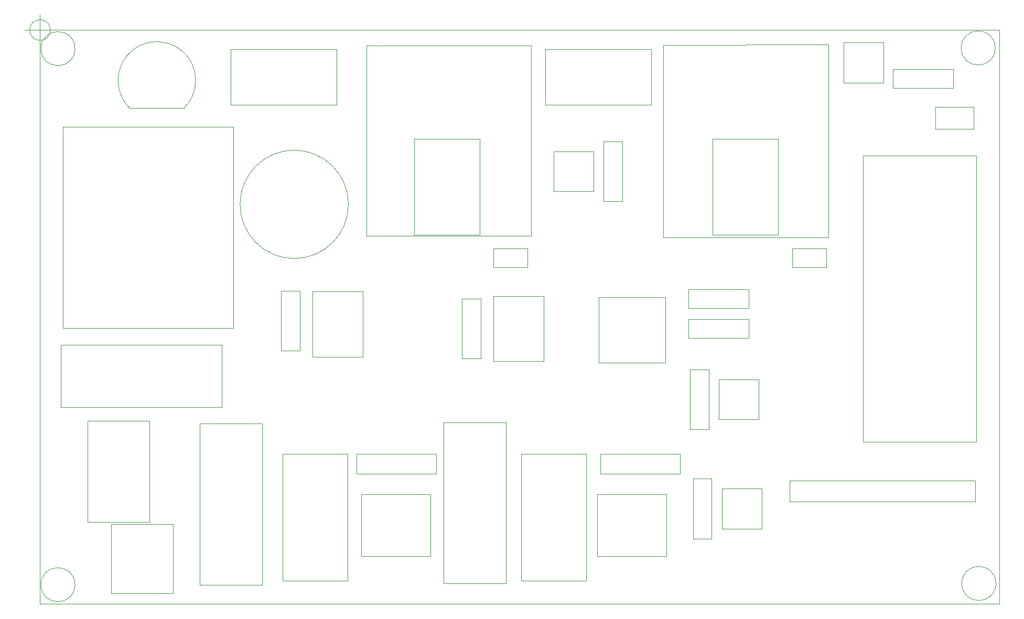
<source format=gbr>
%TF.GenerationSoftware,KiCad,Pcbnew,(5.1.8)-1*%
%TF.CreationDate,2021-06-08T09:03:09+02:00*%
%TF.ProjectId,Telerupteur_Recepteur_RF433_V2,54656c65-7275-4707-9465-75725f526563,V2*%
%TF.SameCoordinates,Original*%
%TF.FileFunction,Other,User*%
%FSLAX46Y46*%
G04 Gerber Fmt 4.6, Leading zero omitted, Abs format (unit mm)*
G04 Created by KiCad (PCBNEW (5.1.8)-1) date 2021-06-08 09:03:09*
%MOMM*%
%LPD*%
G01*
G04 APERTURE LIST*
%TA.AperFunction,Profile*%
%ADD10C,0.050000*%
%TD*%
%TA.AperFunction,Profile*%
%ADD11C,0.100000*%
%TD*%
%ADD12C,0.050000*%
%ADD13C,0.120000*%
G04 APERTURE END LIST*
D10*
X47566666Y-43200000D02*
G75*
G03*
X47566666Y-43200000I-1666666J0D01*
G01*
X43400000Y-43200000D02*
X48400000Y-43200000D01*
X45900000Y-40700000D02*
X45900000Y-45700000D01*
D11*
X200800000Y-43180000D02*
X200800000Y-135910000D01*
X45900000Y-43200000D02*
X200800000Y-43180000D01*
X45900000Y-135900000D02*
X45900000Y-43200000D01*
X200800000Y-135910000D02*
X45900000Y-135900000D01*
D12*
X146520000Y-76730000D02*
X146520000Y-45630000D01*
X173220000Y-76730000D02*
X146520000Y-76730000D01*
X173220000Y-45530000D02*
X173220000Y-76730000D01*
X146520000Y-45630000D02*
X173220000Y-45530000D01*
X98580000Y-76430000D02*
X98580000Y-45730000D01*
X125180000Y-76430000D02*
X98580000Y-76430000D01*
X125180000Y-45730000D02*
X125180000Y-76430000D01*
X98580000Y-45730000D02*
X125180000Y-45730000D01*
D13*
%TO.C,U1*%
X106305000Y-76265000D02*
X106305000Y-60790000D01*
X116855000Y-76315000D02*
X106305000Y-76315000D01*
X116905000Y-60790000D02*
X116905000Y-76315000D01*
X106330000Y-60790000D02*
X116880000Y-60790000D01*
%TO.C,U5*%
X196920000Y-115950000D02*
X166920000Y-115950000D01*
X166920000Y-115950000D02*
X166920000Y-119350000D01*
X196920000Y-115950000D02*
X196920000Y-119350000D01*
X166920000Y-119350000D02*
X196920000Y-119350000D01*
D12*
%TO.C,F3*%
X121170000Y-132580000D02*
X111070000Y-132580000D01*
X121170000Y-106580000D02*
X121170000Y-132580000D01*
X111070000Y-132580000D02*
X111070000Y-106580000D01*
X111070000Y-106580000D02*
X121170000Y-106580000D01*
D13*
%TO.C,D1*%
X60344724Y-55770280D02*
X69205000Y-55760000D01*
X60344723Y-55770280D02*
G75*
G02*
X69205000Y-55760000I4425009J4426479D01*
G01*
D12*
%TO.C,U3*%
X178810000Y-63490000D02*
X197090000Y-63490000D01*
X178810000Y-63490000D02*
X178810000Y-109710000D01*
X197090000Y-109710000D02*
X197090000Y-63490000D01*
X197090000Y-109710000D02*
X178810000Y-109710000D01*
%TO.C,J5*%
X147080000Y-128210000D02*
X135860000Y-128210000D01*
X135860000Y-128210000D02*
X135860000Y-118210000D01*
X135860000Y-118210000D02*
X147080000Y-118210000D01*
X147080000Y-118210000D02*
X147080000Y-128210000D01*
%TO.C,J4*%
X108980000Y-128210000D02*
X97760000Y-128210000D01*
X97760000Y-128210000D02*
X97760000Y-118210000D01*
X97760000Y-118210000D02*
X108980000Y-118210000D01*
X108980000Y-118210000D02*
X108980000Y-128210000D01*
%TO.C,J2*%
X57410000Y-134220000D02*
X57410000Y-123000000D01*
X57410000Y-123000000D02*
X67410000Y-123000000D01*
X67410000Y-123000000D02*
X67410000Y-134220000D01*
X67410000Y-134220000D02*
X57410000Y-134220000D01*
%TO.C,J1*%
X53600000Y-122670000D02*
X53600000Y-106330000D01*
X53600000Y-106330000D02*
X63600000Y-106330000D01*
X63600000Y-106330000D02*
X63600000Y-122670000D01*
X63600000Y-122670000D02*
X53600000Y-122670000D01*
%TO.C,F2*%
X81800000Y-132800000D02*
X71700000Y-132800000D01*
X81800000Y-106800000D02*
X81800000Y-132800000D01*
X71700000Y-132800000D02*
X71700000Y-106800000D01*
X71700000Y-106800000D02*
X81800000Y-106800000D01*
%TO.C,F1*%
X49230000Y-104130000D02*
X49230000Y-94030000D01*
X75230000Y-104130000D02*
X49230000Y-104130000D01*
X49230000Y-94030000D02*
X75230000Y-94030000D01*
X75230000Y-94030000D02*
X75230000Y-104130000D01*
%TO.C,K2*%
X134070000Y-111690000D02*
X134070000Y-132190000D01*
X134070000Y-132190000D02*
X123570000Y-132190000D01*
X123570000Y-132190000D02*
X123570000Y-111690000D01*
X123570000Y-111690000D02*
X134070000Y-111690000D01*
%TO.C,K1*%
X85100000Y-111690000D02*
X95600000Y-111690000D01*
X85100000Y-132190000D02*
X85100000Y-111690000D01*
X95600000Y-132190000D02*
X85100000Y-132190000D01*
X95600000Y-111690000D02*
X95600000Y-132190000D01*
%TO.C,D7*%
X136360000Y-111670000D02*
X136360000Y-114870000D01*
X136360000Y-114870000D02*
X149220000Y-114870000D01*
X149220000Y-114870000D02*
X149220000Y-111670000D01*
X149220000Y-111670000D02*
X136360000Y-111670000D01*
%TO.C,D6*%
X96990000Y-111670000D02*
X96990000Y-114870000D01*
X96990000Y-114870000D02*
X109850000Y-114870000D01*
X109850000Y-114870000D02*
X109850000Y-111670000D01*
X109850000Y-111670000D02*
X96990000Y-111670000D01*
%TO.C,REF\u002A\u002A*%
X200250000Y-132600000D02*
G75*
G03*
X200250000Y-132600000I-2750000J0D01*
G01*
X200150000Y-46100000D02*
G75*
G03*
X200150000Y-46100000I-2750000J0D01*
G01*
X51550000Y-46200000D02*
G75*
G03*
X51550000Y-46200000I-2750000J0D01*
G01*
X51550000Y-132800000D02*
G75*
G03*
X51550000Y-132800000I-2750000J0D01*
G01*
%TO.C,R3*%
X154370000Y-115690000D02*
X151370000Y-115690000D01*
X151370000Y-115690000D02*
X151370000Y-125410000D01*
X151370000Y-125410000D02*
X154370000Y-125410000D01*
X154370000Y-125410000D02*
X154370000Y-115690000D01*
%TO.C,C1*%
X95700000Y-71360000D02*
G75*
G03*
X95700000Y-71360000I-8750000J0D01*
G01*
%TO.C,C2*%
X76660000Y-55300000D02*
X93760000Y-55300000D01*
X76660000Y-46300000D02*
X76660000Y-55300000D01*
X93760000Y-46300000D02*
X76660000Y-46300000D01*
X93760000Y-55300000D02*
X93760000Y-46300000D01*
%TO.C,C3*%
X119150000Y-78510000D02*
X119150000Y-81510000D01*
X119150000Y-81510000D02*
X124650000Y-81510000D01*
X124650000Y-81510000D02*
X124650000Y-78510000D01*
X124650000Y-78510000D02*
X119150000Y-78510000D01*
%TO.C,C4*%
X144560000Y-55300000D02*
X144560000Y-46300000D01*
X144560000Y-46300000D02*
X127460000Y-46300000D01*
X127460000Y-46300000D02*
X127460000Y-55300000D01*
X127460000Y-55300000D02*
X144560000Y-55300000D01*
%TO.C,C5*%
X172910000Y-78510000D02*
X167410000Y-78510000D01*
X172910000Y-81510000D02*
X172910000Y-78510000D01*
X167410000Y-81510000D02*
X172910000Y-81510000D01*
X167410000Y-78510000D02*
X167410000Y-81510000D01*
%TO.C,D2*%
X128860000Y-62790000D02*
X128860000Y-69290000D01*
X128860000Y-69290000D02*
X135310000Y-69290000D01*
X135310000Y-69290000D02*
X135310000Y-62790000D01*
X135310000Y-62790000D02*
X128860000Y-62790000D01*
%TO.C,D3*%
X182100000Y-45250000D02*
X175650000Y-45250000D01*
X182100000Y-51750000D02*
X182100000Y-45250000D01*
X175650000Y-51750000D02*
X182100000Y-51750000D01*
X175650000Y-45250000D02*
X175650000Y-51750000D01*
%TO.C,D4*%
X156000000Y-117300000D02*
X156000000Y-123800000D01*
X156000000Y-123800000D02*
X162450000Y-123800000D01*
X162450000Y-123800000D02*
X162450000Y-117300000D01*
X162450000Y-117300000D02*
X156000000Y-117300000D01*
%TO.C,D5*%
X161980000Y-99620000D02*
X155530000Y-99620000D01*
X161980000Y-106120000D02*
X161980000Y-99620000D01*
X155530000Y-106120000D02*
X161980000Y-106120000D01*
X155530000Y-99620000D02*
X155530000Y-106120000D01*
%TO.C,J3*%
X196660000Y-55590000D02*
X190510000Y-55590000D01*
X190510000Y-55590000D02*
X190510000Y-59190000D01*
X190510000Y-59190000D02*
X196660000Y-59190000D01*
X196660000Y-59190000D02*
X196660000Y-55590000D01*
%TO.C,R1*%
X136930000Y-70900000D02*
X139930000Y-70900000D01*
X139930000Y-70900000D02*
X139930000Y-61180000D01*
X139930000Y-61180000D02*
X136930000Y-61180000D01*
X136930000Y-61180000D02*
X136930000Y-70900000D01*
%TO.C,R2*%
X193370000Y-52540000D02*
X193370000Y-49540000D01*
X193370000Y-49540000D02*
X183650000Y-49540000D01*
X183650000Y-49540000D02*
X183650000Y-52540000D01*
X183650000Y-52540000D02*
X193370000Y-52540000D01*
%TO.C,R4*%
X153900000Y-98010000D02*
X150900000Y-98010000D01*
X150900000Y-98010000D02*
X150900000Y-107730000D01*
X150900000Y-107730000D02*
X153900000Y-107730000D01*
X153900000Y-107730000D02*
X153900000Y-98010000D01*
%TO.C,R5*%
X160350000Y-85100000D02*
X150630000Y-85100000D01*
X160350000Y-88100000D02*
X160350000Y-85100000D01*
X150630000Y-88100000D02*
X160350000Y-88100000D01*
X150630000Y-85100000D02*
X150630000Y-88100000D01*
%TO.C,R6*%
X160350000Y-89940000D02*
X150630000Y-89940000D01*
X160350000Y-92940000D02*
X160350000Y-89940000D01*
X150630000Y-92940000D02*
X160350000Y-92940000D01*
X150630000Y-89940000D02*
X150630000Y-92940000D01*
%TO.C,R7*%
X87860000Y-95030000D02*
X87860000Y-85310000D01*
X84860000Y-95030000D02*
X87860000Y-95030000D01*
X84860000Y-85310000D02*
X84860000Y-95030000D01*
X87860000Y-85310000D02*
X84860000Y-85310000D01*
%TO.C,R8*%
X117070000Y-86580000D02*
X114070000Y-86580000D01*
X114070000Y-86580000D02*
X114070000Y-96300000D01*
X114070000Y-96300000D02*
X117070000Y-96300000D01*
X117070000Y-96300000D02*
X117070000Y-86580000D01*
%TO.C,TR1*%
X49590000Y-58840000D02*
X77090000Y-58840000D01*
X49590000Y-58840000D02*
X49590000Y-91340000D01*
X77090000Y-91340000D02*
X77090000Y-58840000D01*
X77090000Y-91340000D02*
X49590000Y-91340000D01*
D13*
%TO.C,U2*%
X154550000Y-60770000D02*
X165100000Y-60770000D01*
X165125000Y-60770000D02*
X165125000Y-76295000D01*
X165075000Y-76295000D02*
X154525000Y-76295000D01*
X154525000Y-76245000D02*
X154525000Y-60770000D01*
D12*
%TO.C,U4*%
X136160000Y-96940000D02*
X146860000Y-96940000D01*
X146860000Y-96940000D02*
X146860000Y-86390000D01*
X146860000Y-86390000D02*
X136160000Y-86390000D01*
X136160000Y-86390000D02*
X136160000Y-96940000D01*
%TO.C,U6*%
X89890000Y-96000000D02*
X98040000Y-96000000D01*
X98040000Y-96000000D02*
X98040000Y-85450000D01*
X98040000Y-85450000D02*
X89890000Y-85450000D01*
X89890000Y-85450000D02*
X89890000Y-96000000D01*
%TO.C,U7*%
X119100000Y-86150000D02*
X119100000Y-96700000D01*
X127250000Y-86150000D02*
X119100000Y-86150000D01*
X127250000Y-96700000D02*
X127250000Y-86150000D01*
X119100000Y-96700000D02*
X127250000Y-96700000D01*
%TD*%
M02*

</source>
